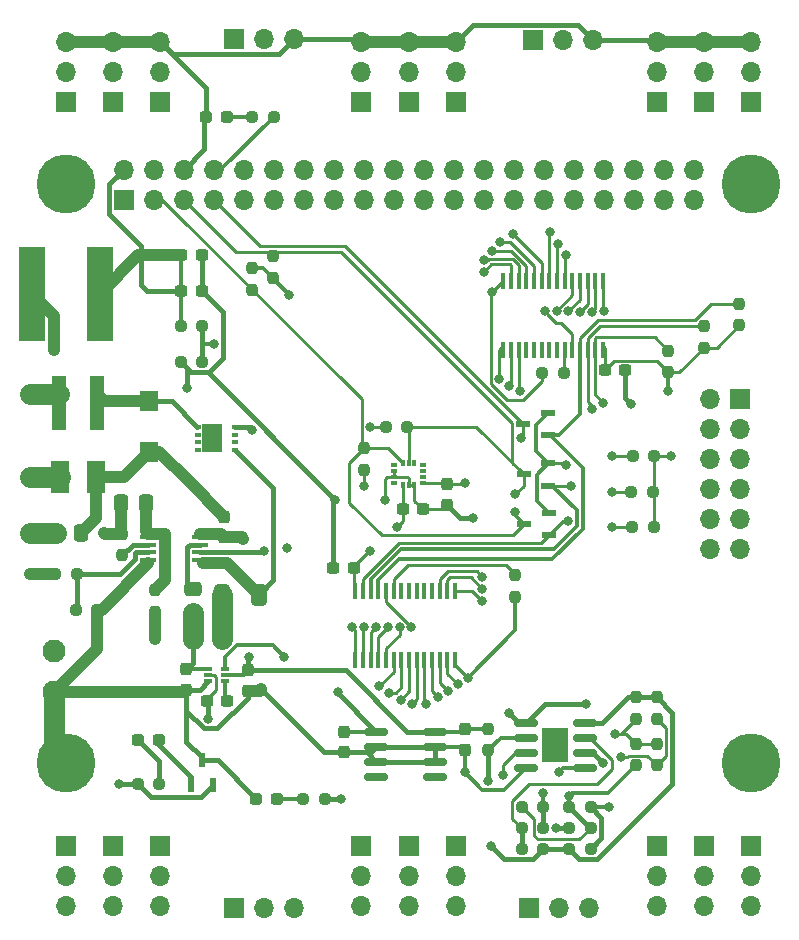
<source format=gbr>
%TF.GenerationSoftware,KiCad,Pcbnew,8.0.6-8.0.6-0~ubuntu24.04.1*%
%TF.CreationDate,2024-11-11T20:35:33-05:00*%
%TF.ProjectId,Hexapod_bot,48657861-706f-4645-9f62-6f742e6b6963,rev?*%
%TF.SameCoordinates,Original*%
%TF.FileFunction,Copper,L1,Top*%
%TF.FilePolarity,Positive*%
%FSLAX46Y46*%
G04 Gerber Fmt 4.6, Leading zero omitted, Abs format (unit mm)*
G04 Created by KiCad (PCBNEW 8.0.6-8.0.6-0~ubuntu24.04.1) date 2024-11-11 20:35:33*
%MOMM*%
%LPD*%
G01*
G04 APERTURE LIST*
G04 Aperture macros list*
%AMRoundRect*
0 Rectangle with rounded corners*
0 $1 Rounding radius*
0 $2 $3 $4 $5 $6 $7 $8 $9 X,Y pos of 4 corners*
0 Add a 4 corners polygon primitive as box body*
4,1,4,$2,$3,$4,$5,$6,$7,$8,$9,$2,$3,0*
0 Add four circle primitives for the rounded corners*
1,1,$1+$1,$2,$3*
1,1,$1+$1,$4,$5*
1,1,$1+$1,$6,$7*
1,1,$1+$1,$8,$9*
0 Add four rect primitives between the rounded corners*
20,1,$1+$1,$2,$3,$4,$5,0*
20,1,$1+$1,$4,$5,$6,$7,0*
20,1,$1+$1,$6,$7,$8,$9,0*
20,1,$1+$1,$8,$9,$2,$3,0*%
G04 Aperture macros list end*
%TA.AperFunction,SMDPad,CuDef*%
%ADD10RoundRect,0.237500X-0.237500X0.300000X-0.237500X-0.300000X0.237500X-0.300000X0.237500X0.300000X0*%
%TD*%
%TA.AperFunction,SMDPad,CuDef*%
%ADD11R,1.600200X2.692400*%
%TD*%
%TA.AperFunction,SMDPad,CuDef*%
%ADD12RoundRect,0.250000X-0.337500X-0.475000X0.337500X-0.475000X0.337500X0.475000X-0.337500X0.475000X0*%
%TD*%
%TA.AperFunction,ComponentPad*%
%ADD13R,1.700000X1.700000*%
%TD*%
%TA.AperFunction,ComponentPad*%
%ADD14O,1.700000X1.700000*%
%TD*%
%TA.AperFunction,SMDPad,CuDef*%
%ADD15RoundRect,0.237500X-0.237500X0.250000X-0.237500X-0.250000X0.237500X-0.250000X0.237500X0.250000X0*%
%TD*%
%TA.AperFunction,SMDPad,CuDef*%
%ADD16R,1.270000X0.558800*%
%TD*%
%TA.AperFunction,SMDPad,CuDef*%
%ADD17RoundRect,0.250000X0.475000X-0.337500X0.475000X0.337500X-0.475000X0.337500X-0.475000X-0.337500X0*%
%TD*%
%TA.AperFunction,SMDPad,CuDef*%
%ADD18RoundRect,0.237500X0.250000X0.237500X-0.250000X0.237500X-0.250000X-0.237500X0.250000X-0.237500X0*%
%TD*%
%TA.AperFunction,SMDPad,CuDef*%
%ADD19RoundRect,0.237500X0.237500X-0.250000X0.237500X0.250000X-0.237500X0.250000X-0.237500X-0.250000X0*%
%TD*%
%TA.AperFunction,SMDPad,CuDef*%
%ADD20R,1.625600X1.727200*%
%TD*%
%TA.AperFunction,SMDPad,CuDef*%
%ADD21R,1.295400X4.597400*%
%TD*%
%TA.AperFunction,SMDPad,CuDef*%
%ADD22RoundRect,0.237500X-0.250000X-0.237500X0.250000X-0.237500X0.250000X0.237500X-0.250000X0.237500X0*%
%TD*%
%TA.AperFunction,SMDPad,CuDef*%
%ADD23RoundRect,0.150000X-0.825000X-0.150000X0.825000X-0.150000X0.825000X0.150000X-0.825000X0.150000X0*%
%TD*%
%TA.AperFunction,ComponentPad*%
%ADD24C,1.950000*%
%TD*%
%TA.AperFunction,SMDPad,CuDef*%
%ADD25RoundRect,0.237500X0.300000X0.237500X-0.300000X0.237500X-0.300000X-0.237500X0.300000X-0.237500X0*%
%TD*%
%TA.AperFunction,SMDPad,CuDef*%
%ADD26R,0.670001X0.299999*%
%TD*%
%TA.AperFunction,SMDPad,CuDef*%
%ADD27RoundRect,0.237500X-0.300000X-0.237500X0.300000X-0.237500X0.300000X0.237500X-0.300000X0.237500X0*%
%TD*%
%TA.AperFunction,ComponentPad*%
%ADD28C,2.900000*%
%TD*%
%TA.AperFunction,ConnectorPad*%
%ADD29C,5.000000*%
%TD*%
%TA.AperFunction,SMDPad,CuDef*%
%ADD30RoundRect,0.237500X0.237500X-0.300000X0.237500X0.300000X-0.237500X0.300000X-0.237500X-0.300000X0*%
%TD*%
%TA.AperFunction,SMDPad,CuDef*%
%ADD31R,0.576580X0.351536*%
%TD*%
%TA.AperFunction,SMDPad,CuDef*%
%ADD32R,0.351536X0.576580*%
%TD*%
%TA.AperFunction,SMDPad,CuDef*%
%ADD33R,0.558800X1.270000*%
%TD*%
%TA.AperFunction,SMDPad,CuDef*%
%ADD34R,0.609600X0.304800*%
%TD*%
%TA.AperFunction,SMDPad,CuDef*%
%ADD35R,1.778000X2.438400*%
%TD*%
%TA.AperFunction,SMDPad,CuDef*%
%ADD36R,2.209800X8.001000*%
%TD*%
%TA.AperFunction,SMDPad,CuDef*%
%ADD37R,1.371600X0.457200*%
%TD*%
%TA.AperFunction,SMDPad,CuDef*%
%ADD38R,0.355600X1.473200*%
%TD*%
%TA.AperFunction,SMDPad,CuDef*%
%ADD39RoundRect,0.237500X-0.287500X-0.237500X0.287500X-0.237500X0.287500X0.237500X-0.287500X0.237500X0*%
%TD*%
%TA.AperFunction,SMDPad,CuDef*%
%ADD40RoundRect,0.237500X0.287500X0.237500X-0.287500X0.237500X-0.287500X-0.237500X0.287500X-0.237500X0*%
%TD*%
%TA.AperFunction,SMDPad,CuDef*%
%ADD41RoundRect,0.250000X0.337500X0.475000X-0.337500X0.475000X-0.337500X-0.475000X0.337500X-0.475000X0*%
%TD*%
%TA.AperFunction,SMDPad,CuDef*%
%ADD42RoundRect,0.250000X-0.412500X-0.650000X0.412500X-0.650000X0.412500X0.650000X-0.412500X0.650000X0*%
%TD*%
%TA.AperFunction,HeatsinkPad*%
%ADD43R,2.290000X3.000000*%
%TD*%
%TA.AperFunction,ViaPad*%
%ADD44C,0.800000*%
%TD*%
%TA.AperFunction,Conductor*%
%ADD45C,1.000000*%
%TD*%
%TA.AperFunction,Conductor*%
%ADD46C,0.300000*%
%TD*%
%TA.AperFunction,Conductor*%
%ADD47C,0.240000*%
%TD*%
%TA.AperFunction,Conductor*%
%ADD48C,0.400000*%
%TD*%
%TA.AperFunction,Conductor*%
%ADD49C,1.800000*%
%TD*%
G04 APERTURE END LIST*
D10*
%TO.P,C11,1*%
%TO.N,7.4V_batt*%
X33750000Y-46137500D03*
%TO.P,C11,2*%
%TO.N,GND*%
X33750000Y-47862500D03*
%TD*%
D11*
%TO.P,C2,1*%
%TO.N,6V_servo*%
X-498600Y-24750000D03*
%TO.P,C2,2*%
%TO.N,GND*%
X2498600Y-24750000D03*
%TD*%
D10*
%TO.P,C3,1*%
%TO.N,7.4V_batt*%
X10200000Y-41037500D03*
%TO.P,C3,2*%
%TO.N,GND*%
X10200000Y-42762500D03*
%TD*%
D12*
%TO.P,C5,1*%
%TO.N,6V_servo*%
X-825000Y-29500000D03*
%TO.P,C5,2*%
%TO.N,GND*%
X1250000Y-29500000D03*
%TD*%
D13*
%TO.P,J21,1,Pin_1*%
%TO.N,/servo_control/servo17*%
X58000000Y-56000000D03*
D14*
%TO.P,J21,2,Pin_2*%
%TO.N,6V_servo*%
X58000000Y-58540000D03*
%TO.P,J21,3,Pin_3*%
%TO.N,GND*%
X58000000Y-61080000D03*
%TD*%
D15*
%TO.P,R1,1*%
%TO.N,3V3_pi*%
X15750000Y-7087500D03*
%TO.P,R1,2*%
%TO.N,SDA_3V3*%
X15750000Y-8912500D03*
%TD*%
D16*
%TO.P,Q3,1,D*%
%TO.N,/servo_control/SCL_5V*%
X40832800Y-25500000D03*
%TO.P,Q3,2,G*%
%TO.N,3V3_pi*%
X40832800Y-23595000D03*
%TO.P,Q3,3,S*%
%TO.N,SCL_3V3*%
X38750000Y-24547500D03*
%TD*%
D17*
%TO.P,C8,1*%
%TO.N,7.4V_batt*%
X10750000Y-36287500D03*
%TO.P,C8,2*%
%TO.N,Net-(U1-VCC)*%
X10750000Y-34212500D03*
%TD*%
D18*
%TO.P,R22,1*%
%TO.N,Net-(U4-OUT)*%
X40412500Y-56250000D03*
%TO.P,R22,2*%
%TO.N,Net-(R22-Pad2)*%
X38587500Y-56250000D03*
%TD*%
D19*
%TO.P,R45,1*%
%TO.N,5V_pi*%
X54000000Y-13825000D03*
%TO.P,R45,2*%
%TO.N,/servo_control/SCL_5V*%
X54000000Y-12000000D03*
%TD*%
D13*
%TO.P,J17,1,Pin_1*%
%TO.N,/servo_control/servo13*%
X29000000Y-56000000D03*
D14*
%TO.P,J17,2,Pin_2*%
%TO.N,6V_servo*%
X29000000Y-58540000D03*
%TO.P,J17,3,Pin_3*%
%TO.N,GND*%
X29000000Y-61080000D03*
%TD*%
D20*
%TO.P,D3,1,K*%
%TO.N,Net-(D3-K)*%
X7000000Y-18366400D03*
%TO.P,D3,2,A*%
%TO.N,GND*%
X7000000Y-22633600D03*
%TD*%
D15*
%TO.P,R14,1*%
%TO.N,Net-(U1-ADJ)*%
X7500000Y-34337500D03*
%TO.P,R14,2*%
%TO.N,7.4V_batt*%
X7500000Y-36162500D03*
%TD*%
D13*
%TO.P,J13,1,Pin_1*%
%TO.N,/servo_control/servo9*%
X0Y-56000000D03*
D14*
%TO.P,J13,2,Pin_2*%
%TO.N,6V_servo*%
X0Y-58540000D03*
%TO.P,J13,3,Pin_3*%
%TO.N,GND*%
X0Y-61080000D03*
%TD*%
D19*
%TO.P,R11,1*%
%TO.N,Net-(U1-RT)*%
X4750000Y-31412500D03*
%TO.P,R11,2*%
%TO.N,7.4V_batt*%
X4750000Y-29587500D03*
%TD*%
D18*
%TO.P,R51,1*%
%TO.N,Net-(U2-FB)*%
X11550000Y-15000000D03*
%TO.P,R51,2*%
%TO.N,GND*%
X9725000Y-15000000D03*
%TD*%
D21*
%TO.P,L1,2,2*%
%TO.N,Net-(D3-K)*%
X2600200Y-18500000D03*
%TO.P,L1,1,1*%
%TO.N,6V_servo*%
X-600200Y-18500000D03*
%TD*%
D22*
%TO.P,R24,1*%
%TO.N,Net-(R22-Pad2)*%
X38587500Y-54500000D03*
%TO.P,R24,2*%
%TO.N,BattLow*%
X40412500Y-54500000D03*
%TD*%
%TO.P,R49,1*%
%TO.N,3V3_pi*%
X27087500Y-20500000D03*
%TO.P,R49,2*%
%TO.N,SCL_3V3*%
X28912500Y-20500000D03*
%TD*%
%TO.P,R20,1*%
%TO.N,Net-(U4-OUT)*%
X42587500Y-56250000D03*
%TO.P,R20,2*%
%TO.N,Net-(U5B-+)*%
X44412500Y-56250000D03*
%TD*%
D13*
%TO.P,J7,1,Pin_1*%
%TO.N,/servo_control/servo5*%
X25000000Y7000000D03*
D14*
%TO.P,J7,2,Pin_2*%
%TO.N,6V_servo*%
X25000000Y9540000D03*
%TO.P,J7,3,Pin_3*%
%TO.N,GND*%
X25000000Y12080000D03*
%TD*%
D22*
%TO.P,R12,1*%
%TO.N,6V_servo*%
X-912500Y-33000000D03*
%TO.P,R12,2*%
%TO.N,Net-(U1-FB)*%
X912500Y-33000000D03*
%TD*%
D15*
%TO.P,R23,1*%
%TO.N,7.4V_batt*%
X35750000Y-46087500D03*
%TO.P,R23,2*%
%TO.N,Net-(U5A--)*%
X35750000Y-47912500D03*
%TD*%
D23*
%TO.P,U4,1,OUT*%
%TO.N,Net-(U4-OUT)*%
X26275000Y-46345000D03*
%TO.P,U4,2,GND*%
%TO.N,GND*%
X26275000Y-47615000D03*
%TO.P,U4,3,GND*%
X26275000Y-48885000D03*
%TO.P,U4,4,NC*%
%TO.N,unconnected-(U4-NC-Pad4)*%
X26275000Y-50155000D03*
%TO.P,U4,5,NC*%
%TO.N,unconnected-(U4-NC-Pad5)*%
X31225000Y-50155000D03*
%TO.P,U4,6,GND*%
%TO.N,GND*%
X31225000Y-48885000D03*
%TO.P,U4,7,GND*%
X31225000Y-47615000D03*
%TO.P,U4,8,IN*%
%TO.N,7.4V_batt*%
X31225000Y-46345000D03*
%TD*%
D18*
%TO.P,R41,1*%
%TO.N,3V3_pi*%
X49750000Y-29000000D03*
%TO.P,R41,2*%
%TO.N,SDA_3V3*%
X47925000Y-29000000D03*
%TD*%
D13*
%TO.P,J16,1,Pin_1*%
%TO.N,/servo_control/servo12*%
X25000000Y-56000000D03*
D14*
%TO.P,J16,2,Pin_2*%
%TO.N,6V_servo*%
X25000000Y-58540000D03*
%TO.P,J16,3,Pin_3*%
%TO.N,GND*%
X25000000Y-61080000D03*
%TD*%
D24*
%TO.P,J3,1*%
%TO.N,GND*%
X-1000000Y-43000000D03*
%TO.P,J3,2*%
%TO.N,7.4V_batt*%
X-1000000Y-39500000D03*
%TD*%
D13*
%TO.P,J24,1,Pin_1*%
%TO.N,/servo_control/pwm3*%
X14225000Y-61225000D03*
D14*
%TO.P,J24,2,Pin_2*%
%TO.N,5V_pi*%
X16765000Y-61225000D03*
%TO.P,J24,3,Pin_3*%
%TO.N,GND*%
X19305000Y-61225000D03*
%TD*%
D25*
%TO.P,C14,1*%
%TO.N,5V_pi*%
X24362500Y-32500000D03*
%TO.P,C14,2*%
%TO.N,GND*%
X22637500Y-32500000D03*
%TD*%
D19*
%TO.P,R2,1*%
%TO.N,3V3_pi*%
X17500000Y-7912500D03*
%TO.P,R2,2*%
%TO.N,SCL_3V3*%
X17500000Y-6087500D03*
%TD*%
D26*
%TO.P,U2,1,VIN*%
%TO.N,7.4V_batt*%
X12019998Y-40999999D03*
%TO.P,U2,2,SW*%
%TO.N,Net-(U2-SW)*%
X12019998Y-41499998D03*
%TO.P,U2,3,GND*%
%TO.N,GND*%
X12019998Y-42000000D03*
%TO.P,U2,4,CB*%
%TO.N,Net-(U2-CB)*%
X13500000Y-42000000D03*
%TO.P,U2,5,EN*%
%TO.N,7.4V_batt*%
X13500000Y-41499998D03*
%TO.P,U2,6,FB*%
%TO.N,Net-(U2-FB)*%
X13500000Y-40999999D03*
%TD*%
D22*
%TO.P,R10,1*%
%TO.N,6V_servo*%
X6087500Y-50750000D03*
%TO.P,R10,2*%
%TO.N,Net-(D2-A)*%
X7912500Y-50750000D03*
%TD*%
%TO.P,R28,1*%
%TO.N,GND*%
X38587500Y-52750000D03*
%TO.P,R28,2*%
%TO.N,BattLow*%
X40412500Y-52750000D03*
%TD*%
D16*
%TO.P,Q2,1,D*%
%TO.N,/servo_control/SDA_5V*%
X40874200Y-29702500D03*
%TO.P,Q2,2,G*%
%TO.N,3V3_pi*%
X40874200Y-27797500D03*
%TO.P,Q2,3,S*%
%TO.N,SDA_3V3*%
X38791400Y-28750000D03*
%TD*%
D15*
%TO.P,R21,1*%
%TO.N,Net-(U5A-+)*%
X50000000Y-47337500D03*
%TO.P,R21,2*%
%TO.N,Net-(U5B--)*%
X50000000Y-49162500D03*
%TD*%
D22*
%TO.P,R3,1*%
%TO.N,Net-(D1-A)*%
X15750000Y5750000D03*
%TO.P,R3,2*%
%TO.N,Net-(J1-Pin_8)*%
X17575000Y5750000D03*
%TD*%
D13*
%TO.P,J11,1,Pin_1*%
%TO.N,/servo_control/servo1*%
X54000000Y7000000D03*
D14*
%TO.P,J11,2,Pin_2*%
%TO.N,6V_servo*%
X54000000Y9540000D03*
%TO.P,J11,3,Pin_3*%
%TO.N,GND*%
X54000000Y12080000D03*
%TD*%
D19*
%TO.P,R50,1*%
%TO.N,3V3_pi*%
X25250000Y-24162500D03*
%TO.P,R50,2*%
%TO.N,SDA_3V3*%
X25250000Y-22337500D03*
%TD*%
D27*
%TO.P,C15,1*%
%TO.N,3V3_pi*%
X28500000Y-27500000D03*
%TO.P,C15,2*%
%TO.N,GND*%
X30225000Y-27500000D03*
%TD*%
D13*
%TO.P,J9,1,Pin_1*%
%TO.N,/servo_control/servo3*%
X33000000Y7000000D03*
D14*
%TO.P,J9,2,Pin_2*%
%TO.N,6V_servo*%
X33000000Y9540000D03*
%TO.P,J9,3,Pin_3*%
%TO.N,GND*%
X33000000Y12080000D03*
%TD*%
D22*
%TO.P,R25,1*%
%TO.N,Net-(U5A--)*%
X42587500Y-54500000D03*
%TO.P,R25,2*%
%TO.N,GND*%
X44412500Y-54500000D03*
%TD*%
%TO.P,R16,1*%
%TO.N,5V_pi*%
X9725000Y-12000000D03*
%TO.P,R16,2*%
%TO.N,Net-(U2-FB)*%
X11550000Y-12000000D03*
%TD*%
D15*
%TO.P,R19,1*%
%TO.N,Net-(U4-OUT)*%
X50000000Y-43425000D03*
%TO.P,R19,2*%
%TO.N,Net-(U5B--)*%
X50000000Y-45250000D03*
%TD*%
D19*
%TO.P,R44,1*%
%TO.N,5V_pi*%
X51000000Y-15912500D03*
%TO.P,R44,2*%
%TO.N,/servo_control/SDA_5V*%
X51000000Y-14087500D03*
%TD*%
D10*
%TO.P,C12,1*%
%TO.N,Net-(U4-OUT)*%
X23500000Y-46337500D03*
%TO.P,C12,2*%
%TO.N,GND*%
X23500000Y-48062500D03*
%TD*%
D13*
%TO.P,J8,1,Pin_1*%
%TO.N,/servo_control/servo4*%
X29000000Y7000000D03*
D14*
%TO.P,J8,2,Pin_2*%
%TO.N,6V_servo*%
X29000000Y9540000D03*
%TO.P,J8,3,Pin_3*%
%TO.N,GND*%
X29000000Y12080000D03*
%TD*%
D28*
%TO.P,H4,1,1*%
%TO.N,GND*%
X58000000Y-49000000D03*
D29*
X58000000Y-49000000D03*
%TD*%
D30*
%TO.P,C1,1*%
%TO.N,7.4V_batt*%
X13409600Y-29862500D03*
%TO.P,C1,2*%
%TO.N,GND*%
X13409600Y-28137500D03*
%TD*%
D28*
%TO.P,H1,1,1*%
%TO.N,GND*%
X0Y0D03*
D29*
X0Y0D03*
%TD*%
D13*
%TO.P,J12,1,Pin_1*%
%TO.N,/servo_control/servo0*%
X58000000Y7000000D03*
D14*
%TO.P,J12,2,Pin_2*%
%TO.N,6V_servo*%
X58000000Y9540000D03*
%TO.P,J12,3,Pin_3*%
%TO.N,GND*%
X58000000Y12080000D03*
%TD*%
D31*
%TO.P,U8,1,SDO/SA0*%
%TO.N,unconnected-(U8-SDO{slash}SA0-Pad1)*%
X27789700Y-23749999D03*
%TO.P,U8,2,SDx*%
%TO.N,GND*%
X27789700Y-24250000D03*
%TO.P,U8,3,SCx*%
X27789700Y-24750000D03*
%TO.P,U8,4,INT1*%
%TO.N,unconnected-(U8-INT1-Pad4)*%
X27789700Y-25250001D03*
D32*
%TO.P,U8,5,VDDIO*%
%TO.N,3V3_pi*%
X28500001Y-25456300D03*
%TO.P,U8,6,GND*%
%TO.N,GND*%
X29000000Y-25456300D03*
%TO.P,U8,7,GND*%
X29499999Y-25456300D03*
D31*
%TO.P,U8,8,VDD*%
%TO.N,3V3_pi*%
X30210300Y-25250001D03*
%TO.P,U8,9,INT2*%
%TO.N,unconnected-(U8-INT2-Pad9)*%
X30210300Y-24750000D03*
%TO.P,U8,10,NC*%
%TO.N,unconnected-(U8-NC-Pad10)*%
X30210300Y-24250000D03*
%TO.P,U8,11,NC*%
%TO.N,unconnected-(U8-NC-Pad11)*%
X30210300Y-23749999D03*
D32*
%TO.P,U8,12,CS*%
%TO.N,unconnected-(U8-CS-Pad12)*%
X29499999Y-23543700D03*
%TO.P,U8,13,SCL*%
%TO.N,SCL_3V3*%
X29000000Y-23543700D03*
%TO.P,U8,14,SDA*%
%TO.N,SDA_3V3*%
X28500001Y-23543700D03*
%TD*%
D33*
%TO.P,Q1,1,D*%
%TO.N,Net-(D2-K)*%
X10547500Y-50832800D03*
%TO.P,Q1,2,G*%
%TO.N,6V_servo*%
X12452500Y-50832800D03*
%TO.P,Q1,3,S*%
%TO.N,GND*%
X11500000Y-48750000D03*
%TD*%
D13*
%TO.P,J22,1,Pin_1*%
%TO.N,/servo_control/pwm1*%
X14225000Y12275000D03*
D14*
%TO.P,J22,2,Pin_2*%
%TO.N,5V_pi*%
X16765000Y12275000D03*
%TO.P,J22,3,Pin_3*%
%TO.N,GND*%
X19305000Y12275000D03*
%TD*%
D18*
%TO.P,R27,1*%
%TO.N,Net-(U5B-+)*%
X44412500Y-52750000D03*
%TO.P,R27,2*%
%TO.N,GND*%
X42587500Y-52750000D03*
%TD*%
D27*
%TO.P,C13,2*%
%TO.N,GND*%
X47362500Y-15750000D03*
%TO.P,C13,1*%
%TO.N,5V_pi*%
X45637500Y-15750000D03*
%TD*%
%TO.P,C9,1*%
%TO.N,5V_pi*%
X9775000Y-9000000D03*
%TO.P,C9,2*%
%TO.N,GND*%
X11500000Y-9000000D03*
%TD*%
D19*
%TO.P,R46,1*%
%TO.N,5V_pi*%
X57000000Y-11912500D03*
%TO.P,R46,2*%
%TO.N,/servo_control/CLK_5V*%
X57000000Y-10087500D03*
%TD*%
D18*
%TO.P,R18,1*%
%TO.N,Net-(U5B--)*%
X21912500Y-52000000D03*
%TO.P,R18,2*%
%TO.N,Net-(D4-A)*%
X20087500Y-52000000D03*
%TD*%
D15*
%TO.P,R48,1*%
%TO.N,Net-(U7-\u002AOE)*%
X38000000Y-33087500D03*
%TO.P,R48,2*%
%TO.N,GND*%
X38000000Y-34912500D03*
%TD*%
D28*
%TO.P,H2,1,1*%
%TO.N,GND*%
X58000000Y0D03*
D29*
X58000000Y0D03*
%TD*%
D27*
%TO.P,C10,1*%
%TO.N,5V_pi*%
X9775000Y-6000000D03*
%TO.P,C10,2*%
%TO.N,GND*%
X11500000Y-6000000D03*
%TD*%
D34*
%TO.P,U3,1,D*%
%TO.N,Net-(U1-ISEN)*%
X14299400Y-22474999D03*
%TO.P,U3,2,D*%
%TO.N,unconnected-(U3-D-Pad2)*%
X14299400Y-21825001D03*
%TO.P,U3,3,D*%
%TO.N,unconnected-(U3-D-Pad3)*%
X14299400Y-21174999D03*
%TO.P,U3,4,G*%
%TO.N,Net-(U1-PGATE)*%
X14299400Y-20525001D03*
%TO.P,U3,5,S*%
%TO.N,Net-(D3-K)*%
X11200600Y-20525001D03*
%TO.P,U3,6,S*%
%TO.N,unconnected-(U3-S-Pad6)*%
X11200600Y-21174999D03*
%TO.P,U3,7,S*%
%TO.N,unconnected-(U3-S-Pad7)*%
X11200600Y-21825001D03*
%TO.P,U3,8,S*%
%TO.N,unconnected-(U3-S-Pad8)*%
X11200600Y-22474999D03*
D35*
%TO.P,U3,9,S*%
%TO.N,unconnected-(U3-S-Pad9)*%
X12394400Y-21500000D03*
%TD*%
D36*
%TO.P,L2,2,2*%
%TO.N,5V_pi*%
X2857500Y-9250000D03*
%TO.P,L2,1,1*%
%TO.N,Net-(U2-SW)*%
X-2857500Y-9250000D03*
%TD*%
D37*
%TO.P,U1,1,ADJ*%
%TO.N,Net-(U1-ADJ)*%
X6962500Y-29850002D03*
%TO.P,U1,2,RT*%
%TO.N,Net-(U1-RT)*%
X6962500Y-30500000D03*
%TO.P,U1,3,FB*%
%TO.N,Net-(U1-FB)*%
X6962500Y-31150002D03*
%TO.P,U1,4,GND*%
%TO.N,GND*%
X6962500Y-31800000D03*
%TO.P,U1,5,ISEN*%
%TO.N,Net-(U1-ISEN)*%
X11356700Y-31800000D03*
%TO.P,U1,6,PGATE*%
%TO.N,Net-(U1-PGATE)*%
X11356700Y-31150002D03*
%TO.P,U1,7,VCC*%
%TO.N,Net-(U1-VCC)*%
X11356700Y-30500000D03*
%TO.P,U1,8,VIN*%
%TO.N,7.4V_batt*%
X11356700Y-29850002D03*
%TD*%
D13*
%TO.P,J4,1,Pin_1*%
%TO.N,/servo_control/servo8*%
X0Y7000000D03*
D14*
%TO.P,J4,2,Pin_2*%
%TO.N,6V_servo*%
X0Y9540000D03*
%TO.P,J4,3,Pin_3*%
%TO.N,GND*%
X0Y12080000D03*
%TD*%
D13*
%TO.P,J20,1,Pin_1*%
%TO.N,/servo_control/servo16*%
X54000000Y-56000000D03*
D14*
%TO.P,J20,2,Pin_2*%
%TO.N,6V_servo*%
X54000000Y-58540000D03*
%TO.P,J20,3,Pin_3*%
%TO.N,GND*%
X54000000Y-61080000D03*
%TD*%
D38*
%TO.P,U7,1,A0*%
%TO.N,Net-(JP7-B)*%
X24500001Y-40250000D03*
%TO.P,U7,2,A1*%
%TO.N,Net-(JP8-B)*%
X25150002Y-40250000D03*
%TO.P,U7,3,A2*%
%TO.N,Net-(JP9-B)*%
X25800001Y-40250000D03*
%TO.P,U7,4,A3*%
%TO.N,Net-(JP10-B)*%
X26450002Y-40250000D03*
%TO.P,U7,5,A4*%
%TO.N,Net-(JP11-B)*%
X27100000Y-40250000D03*
%TO.P,U7,6,LED0*%
%TO.N,/servo_control/servo9*%
X27750002Y-40250000D03*
%TO.P,U7,7,LED1*%
%TO.N,/servo_control/servo10*%
X28400000Y-40250000D03*
%TO.P,U7,8,LED2*%
%TO.N,/servo_control/servo11*%
X29049999Y-40250000D03*
%TO.P,U7,9,LED3*%
%TO.N,/servo_control/servo12*%
X29700000Y-40250000D03*
%TO.P,U7,10,LED4*%
%TO.N,/servo_control/servo13*%
X30349999Y-40250000D03*
%TO.P,U7,11,LED5*%
%TO.N,/servo_control/servo14*%
X31000000Y-40250000D03*
%TO.P,U7,12,LED6*%
%TO.N,/servo_control/servo15*%
X31649999Y-40250000D03*
%TO.P,U7,13,LED7*%
%TO.N,/servo_control/servo16*%
X32300000Y-40250000D03*
%TO.P,U7,14,VSS*%
%TO.N,GND*%
X32949999Y-40250000D03*
%TO.P,U7,15,LED8*%
%TO.N,/servo_control/servo17*%
X32950001Y-34408000D03*
%TO.P,U7,16,LED9*%
%TO.N,/servo_control/pwm3*%
X32300000Y-34408000D03*
%TO.P,U7,17,LED10*%
%TO.N,/servo_control/pwm4*%
X31650001Y-34408000D03*
%TO.P,U7,18,LED11*%
%TO.N,unconnected-(U7-LED11-Pad18)*%
X31000000Y-34408000D03*
%TO.P,U7,19,LED12*%
%TO.N,unconnected-(U7-LED12-Pad19)*%
X30350002Y-34408000D03*
%TO.P,U7,20,LED13*%
%TO.N,unconnected-(U7-LED13-Pad20)*%
X29700000Y-34408000D03*
%TO.P,U7,21,LED14*%
%TO.N,unconnected-(U7-LED14-Pad21)*%
X29050002Y-34408000D03*
%TO.P,U7,22,LED15*%
%TO.N,unconnected-(U7-LED15-Pad22)*%
X28400000Y-34408000D03*
%TO.P,U7,23,\u002AOE*%
%TO.N,Net-(U7-\u002AOE)*%
X27750002Y-34408000D03*
%TO.P,U7,24,A5*%
%TO.N,/servo_control/A5_2*%
X27100000Y-34408000D03*
%TO.P,U7,25,EXTCLK*%
%TO.N,/servo_control/CLK_5V*%
X26450002Y-34408000D03*
%TO.P,U7,26,SCL*%
%TO.N,/servo_control/SCL_5V*%
X25800001Y-34408000D03*
%TO.P,U7,27,SDA*%
%TO.N,/servo_control/SDA_5V*%
X25150002Y-34408000D03*
%TO.P,U7,28,VDD*%
%TO.N,5V_pi*%
X24500001Y-34408000D03*
%TD*%
D39*
%TO.P,D1,1,K*%
%TO.N,GND*%
X11875000Y5750000D03*
%TO.P,D1,2,A*%
%TO.N,Net-(D1-A)*%
X13625000Y5750000D03*
%TD*%
D13*
%TO.P,J18,1,Pin_1*%
%TO.N,/servo_control/servo14*%
X33000000Y-56000000D03*
D14*
%TO.P,J18,2,Pin_2*%
%TO.N,6V_servo*%
X33000000Y-58540000D03*
%TO.P,J18,3,Pin_3*%
%TO.N,GND*%
X33000000Y-61080000D03*
%TD*%
D40*
%TO.P,D2,1,K*%
%TO.N,Net-(D2-K)*%
X7875000Y-47000000D03*
%TO.P,D2,2,A*%
%TO.N,Net-(D2-A)*%
X6125000Y-47000000D03*
%TD*%
D41*
%TO.P,C6,1*%
%TO.N,Net-(U1-ADJ)*%
X6750000Y-27000000D03*
%TO.P,C6,2*%
%TO.N,7.4V_batt*%
X4675000Y-27000000D03*
%TD*%
D18*
%TO.P,R42,1*%
%TO.N,3V3_pi*%
X49662500Y-26000000D03*
%TO.P,R42,2*%
%TO.N,SCL_3V3*%
X47837500Y-26000000D03*
%TD*%
D15*
%TO.P,R17,1*%
%TO.N,Net-(U4-OUT)*%
X48250000Y-43425000D03*
%TO.P,R17,2*%
%TO.N,Net-(U5A-+)*%
X48250000Y-45250000D03*
%TD*%
D10*
%TO.P,C16,1*%
%TO.N,3V3_pi*%
X32250000Y-25387500D03*
%TO.P,C16,2*%
%TO.N,GND*%
X32250000Y-27112500D03*
%TD*%
D13*
%TO.P,J25,1,Pin_1*%
%TO.N,/servo_control/pwm4*%
X39225000Y-61225000D03*
D14*
%TO.P,J25,2,Pin_2*%
%TO.N,5V_pi*%
X41765000Y-61225000D03*
%TO.P,J25,3,Pin_3*%
%TO.N,GND*%
X44305000Y-61225000D03*
%TD*%
D13*
%TO.P,J5,1,Pin_1*%
%TO.N,/servo_control/servo7*%
X4000000Y7000000D03*
D14*
%TO.P,J5,2,Pin_2*%
%TO.N,6V_servo*%
X4000000Y9540000D03*
%TO.P,J5,3,Pin_3*%
%TO.N,GND*%
X4000000Y12080000D03*
%TD*%
D13*
%TO.P,J15,1,Pin_1*%
%TO.N,/servo_control/servo11*%
X8000000Y-56000000D03*
D14*
%TO.P,J15,2,Pin_2*%
%TO.N,6V_servo*%
X8000000Y-58540000D03*
%TO.P,J15,3,Pin_3*%
%TO.N,GND*%
X8000000Y-61080000D03*
%TD*%
D13*
%TO.P,J6,1,Pin_1*%
%TO.N,/servo_control/servo6*%
X8000000Y7000000D03*
D14*
%TO.P,J6,2,Pin_2*%
%TO.N,6V_servo*%
X8000000Y9540000D03*
%TO.P,J6,3,Pin_3*%
%TO.N,GND*%
X8000000Y12080000D03*
%TD*%
D28*
%TO.P,H3,1,1*%
%TO.N,GND*%
X0Y-49000000D03*
D29*
X0Y-49000000D03*
%TD*%
D18*
%TO.P,R43,2*%
%TO.N,CLK_3V3*%
X48000000Y-23000000D03*
%TO.P,R43,1*%
%TO.N,3V3_pi*%
X49825000Y-23000000D03*
%TD*%
D14*
%TO.P,J2,12,Pin_12*%
%TO.N,Net-(J1-Pin_37)*%
X54500000Y-30875000D03*
%TO.P,J2,11,Pin_11*%
%TO.N,3V3_pi*%
X57040000Y-30875000D03*
%TO.P,J2,10,Pin_10*%
%TO.N,Net-(J1-Pin_35)*%
X54500000Y-28335000D03*
%TO.P,J2,9,Pin_9*%
%TO.N,3V3_pi*%
X57040000Y-28335000D03*
%TO.P,J2,8,Pin_8*%
%TO.N,Net-(J1-Pin_33)*%
X54500000Y-25795000D03*
%TO.P,J2,7,Pin_7*%
%TO.N,3V3_pi*%
X57040000Y-25795000D03*
%TO.P,J2,6,Pin_6*%
%TO.N,Net-(J1-Pin_31)*%
X54500000Y-23255000D03*
%TO.P,J2,5,Pin_5*%
%TO.N,3V3_pi*%
X57040000Y-23255000D03*
%TO.P,J2,4,Pin_4*%
%TO.N,Net-(J1-Pin_29)*%
X54500000Y-20715000D03*
%TO.P,J2,3,Pin_3*%
%TO.N,3V3_pi*%
X57040000Y-20715000D03*
%TO.P,J2,2,Pin_2*%
%TO.N,Net-(J1-Pin_27)*%
X54500000Y-18175000D03*
D13*
%TO.P,J2,1,Pin_1*%
%TO.N,3V3_pi*%
X57040000Y-18175000D03*
%TD*%
D18*
%TO.P,R47,2*%
%TO.N,GND*%
X40337500Y-16000000D03*
%TO.P,R47,1*%
%TO.N,Net-(U6-\u002AOE)*%
X42162500Y-16000000D03*
%TD*%
D39*
%TO.P,D4,1,K*%
%TO.N,GND*%
X16125000Y-52000000D03*
%TO.P,D4,2,A*%
%TO.N,Net-(D4-A)*%
X17875000Y-52000000D03*
%TD*%
D42*
%TO.P,R15,1*%
%TO.N,7.4V_batt*%
X13187500Y-34750000D03*
%TO.P,R15,2*%
%TO.N,Net-(U1-ISEN)*%
X16312500Y-34750000D03*
%TD*%
D25*
%TO.P,C7,1*%
%TO.N,Net-(U2-CB)*%
X13662500Y-43700000D03*
%TO.P,C7,2*%
%TO.N,Net-(U2-SW)*%
X11937500Y-43700000D03*
%TD*%
D13*
%TO.P,J23,1,Pin_1*%
%TO.N,/servo_control/pwm2*%
X39500000Y12250000D03*
D14*
%TO.P,J23,2,Pin_2*%
%TO.N,5V_pi*%
X42040000Y12250000D03*
%TO.P,J23,3,Pin_3*%
%TO.N,GND*%
X44580000Y12250000D03*
%TD*%
D13*
%TO.P,J10,1,Pin_1*%
%TO.N,/servo_control/servo2*%
X50000000Y7000000D03*
D14*
%TO.P,J10,2,Pin_2*%
%TO.N,6V_servo*%
X50000000Y9540000D03*
%TO.P,J10,3,Pin_3*%
%TO.N,GND*%
X50000000Y12080000D03*
%TD*%
D13*
%TO.P,J1,1,Pin_1*%
%TO.N,3V3_pi*%
X4870000Y-1290000D03*
D14*
%TO.P,J1,2,Pin_2*%
%TO.N,5V_pi*%
X4870000Y1250000D03*
%TO.P,J1,3,Pin_3*%
%TO.N,SDA_3V3*%
X7410000Y-1290000D03*
%TO.P,J1,4,Pin_4*%
%TO.N,unconnected-(J1-Pin_4-Pad4)*%
X7410000Y1250000D03*
%TO.P,J1,5,Pin_5*%
%TO.N,SCL_3V3*%
X9950000Y-1290000D03*
%TO.P,J1,6,Pin_6*%
%TO.N,GND*%
X9950000Y1250000D03*
%TO.P,J1,7,Pin_7*%
%TO.N,CLK_3V3*%
X12490000Y-1290000D03*
%TO.P,J1,8,Pin_8*%
%TO.N,Net-(J1-Pin_8)*%
X12490000Y1250000D03*
%TO.P,J1,9,Pin_9*%
%TO.N,unconnected-(J1-Pin_9-Pad9)*%
X15030000Y-1290000D03*
%TO.P,J1,10,Pin_10*%
%TO.N,unconnected-(J1-Pin_10-Pad10)*%
X15030000Y1250000D03*
%TO.P,J1,11,Pin_11*%
%TO.N,unconnected-(J1-Pin_11-Pad11)*%
X17570000Y-1290000D03*
%TO.P,J1,12,Pin_12*%
%TO.N,unconnected-(J1-Pin_12-Pad12)*%
X17570000Y1250000D03*
%TO.P,J1,13,Pin_13*%
%TO.N,BattLow*%
X20110000Y-1290000D03*
%TO.P,J1,14,Pin_14*%
%TO.N,unconnected-(J1-Pin_14-Pad14)*%
X20110000Y1250000D03*
%TO.P,J1,15,Pin_15*%
%TO.N,unconnected-(J1-Pin_15-Pad15)*%
X22650000Y-1290000D03*
%TO.P,J1,16,Pin_16*%
%TO.N,unconnected-(J1-Pin_16-Pad16)*%
X22650000Y1250000D03*
%TO.P,J1,17,Pin_17*%
%TO.N,unconnected-(J1-Pin_17-Pad17)*%
X25190000Y-1290000D03*
%TO.P,J1,18,Pin_18*%
%TO.N,unconnected-(J1-Pin_18-Pad18)*%
X25190000Y1250000D03*
%TO.P,J1,19,Pin_19*%
%TO.N,unconnected-(J1-Pin_19-Pad19)*%
X27730000Y-1290000D03*
%TO.P,J1,20,Pin_20*%
%TO.N,unconnected-(J1-Pin_20-Pad20)*%
X27730000Y1250000D03*
%TO.P,J1,21,Pin_21*%
%TO.N,unconnected-(J1-Pin_21-Pad21)*%
X30270000Y-1290000D03*
%TO.P,J1,22,Pin_22*%
%TO.N,unconnected-(J1-Pin_22-Pad22)*%
X30270000Y1250000D03*
%TO.P,J1,23,Pin_23*%
%TO.N,unconnected-(J1-Pin_23-Pad23)*%
X32810000Y-1290000D03*
%TO.P,J1,24,Pin_24*%
%TO.N,unconnected-(J1-Pin_24-Pad24)*%
X32810000Y1250000D03*
%TO.P,J1,25,Pin_25*%
%TO.N,unconnected-(J1-Pin_25-Pad25)*%
X35350000Y-1290000D03*
%TO.P,J1,26,Pin_26*%
%TO.N,unconnected-(J1-Pin_26-Pad26)*%
X35350000Y1250000D03*
%TO.P,J1,27,Pin_27*%
%TO.N,Net-(J1-Pin_27)*%
X37890000Y-1290000D03*
%TO.P,J1,28,Pin_28*%
%TO.N,unconnected-(J1-Pin_28-Pad28)*%
X37890000Y1250000D03*
%TO.P,J1,29,Pin_29*%
%TO.N,Net-(J1-Pin_29)*%
X40430000Y-1290000D03*
%TO.P,J1,30,Pin_30*%
%TO.N,unconnected-(J1-Pin_30-Pad30)*%
X40430000Y1250000D03*
%TO.P,J1,31,Pin_31*%
%TO.N,Net-(J1-Pin_31)*%
X42970000Y-1290000D03*
%TO.P,J1,32,Pin_32*%
%TO.N,unconnected-(J1-Pin_32-Pad32)*%
X42970000Y1250000D03*
%TO.P,J1,33,Pin_33*%
%TO.N,Net-(J1-Pin_33)*%
X45510000Y-1290000D03*
%TO.P,J1,34,Pin_34*%
%TO.N,unconnected-(J1-Pin_34-Pad34)*%
X45510000Y1250000D03*
%TO.P,J1,35,Pin_35*%
%TO.N,Net-(J1-Pin_35)*%
X48050000Y-1290000D03*
%TO.P,J1,36,Pin_36*%
%TO.N,unconnected-(J1-Pin_36-Pad36)*%
X48050000Y1250000D03*
%TO.P,J1,37,Pin_37*%
%TO.N,Net-(J1-Pin_37)*%
X50590000Y-1290000D03*
%TO.P,J1,38,Pin_38*%
%TO.N,unconnected-(J1-Pin_38-Pad38)*%
X50590000Y1250000D03*
%TO.P,J1,39,Pin_39*%
%TO.N,GND*%
X53130000Y-1290000D03*
%TO.P,J1,40,Pin_40*%
%TO.N,unconnected-(J1-Pin_40-Pad40)*%
X53130000Y1250000D03*
%TD*%
D10*
%TO.P,C4,1*%
%TO.N,7.4V_batt*%
X15400000Y-41137500D03*
%TO.P,C4,2*%
%TO.N,GND*%
X15400000Y-42862500D03*
%TD*%
D13*
%TO.P,J19,1,Pin_1*%
%TO.N,/servo_control/servo15*%
X50000000Y-56000000D03*
D14*
%TO.P,J19,2,Pin_2*%
%TO.N,6V_servo*%
X50000000Y-58540000D03*
%TO.P,J19,3,Pin_3*%
%TO.N,GND*%
X50000000Y-61080000D03*
%TD*%
D15*
%TO.P,R26,1*%
%TO.N,Net-(U5A-+)*%
X48250000Y-47337500D03*
%TO.P,R26,2*%
%TO.N,GND*%
X48250000Y-49162500D03*
%TD*%
D38*
%TO.P,U6,28,VDD*%
%TO.N,5V_pi*%
X45475000Y-14000000D03*
%TO.P,U6,27,SDA*%
%TO.N,/servo_control/SDA_5V*%
X44824999Y-14000000D03*
%TO.P,U6,26,SCL*%
%TO.N,/servo_control/SCL_5V*%
X44175000Y-14000000D03*
%TO.P,U6,25,EXTCLK*%
%TO.N,/servo_control/CLK_5V*%
X43524999Y-14000000D03*
%TO.P,U6,24,A5*%
%TO.N,/servo_control/A5_1*%
X42875001Y-14000000D03*
%TO.P,U6,23,\u002AOE*%
%TO.N,Net-(U6-\u002AOE)*%
X42224999Y-14000000D03*
%TO.P,U6,22,LED15*%
%TO.N,unconnected-(U6-LED15-Pad22)*%
X41575001Y-14000000D03*
%TO.P,U6,21,LED14*%
%TO.N,unconnected-(U6-LED14-Pad21)*%
X40924999Y-14000000D03*
%TO.P,U6,20,LED13*%
%TO.N,unconnected-(U6-LED13-Pad20)*%
X40275001Y-14000000D03*
%TO.P,U6,19,LED12*%
%TO.N,unconnected-(U6-LED12-Pad19)*%
X39624999Y-14000000D03*
%TO.P,U6,18,LED11*%
%TO.N,unconnected-(U6-LED11-Pad18)*%
X38975001Y-14000000D03*
%TO.P,U6,17,LED10*%
%TO.N,/servo_control/pwm2*%
X38325000Y-14000000D03*
%TO.P,U6,16,LED9*%
%TO.N,/servo_control/pwm1*%
X37675001Y-14000000D03*
%TO.P,U6,15,LED8*%
%TO.N,/servo_control/servo8*%
X37025000Y-14000000D03*
%TO.P,U6,14,VSS*%
%TO.N,GND*%
X37025002Y-8158000D03*
%TO.P,U6,13,LED7*%
%TO.N,/servo_control/servo7*%
X37675001Y-8158000D03*
%TO.P,U6,12,LED6*%
%TO.N,/servo_control/servo6*%
X38325002Y-8158000D03*
%TO.P,U6,11,LED5*%
%TO.N,/servo_control/servo5*%
X38975001Y-8158000D03*
%TO.P,U6,10,LED4*%
%TO.N,/servo_control/servo4*%
X39625002Y-8158000D03*
%TO.P,U6,9,LED3*%
%TO.N,/servo_control/servo3*%
X40275001Y-8158000D03*
%TO.P,U6,8,LED2*%
%TO.N,/servo_control/servo2*%
X40925002Y-8158000D03*
%TO.P,U6,7,LED1*%
%TO.N,/servo_control/servo1*%
X41575001Y-8158000D03*
%TO.P,U6,6,LED0*%
%TO.N,/servo_control/servo0*%
X42224999Y-8158000D03*
%TO.P,U6,5,A4*%
%TO.N,Net-(JP5-B)*%
X42875001Y-8158000D03*
%TO.P,U6,4,A3*%
%TO.N,Net-(JP4-B)*%
X43524999Y-8158000D03*
%TO.P,U6,3,A2*%
%TO.N,Net-(JP3-B)*%
X44175000Y-8158000D03*
%TO.P,U6,2,A1*%
%TO.N,Net-(JP2-B)*%
X44824999Y-8158000D03*
%TO.P,U6,1,A0*%
%TO.N,Net-(JP1-B)*%
X45475000Y-8158000D03*
%TD*%
D16*
%TO.P,Q4,1,D*%
%TO.N,/servo_control/CLK_5V*%
X40791400Y-21250000D03*
%TO.P,Q4,2,G*%
%TO.N,3V3_pi*%
X40791400Y-19345000D03*
%TO.P,Q4,3,S*%
%TO.N,CLK_3V3*%
X38708600Y-20297500D03*
%TD*%
D23*
%TO.P,U5,1*%
%TO.N,Net-(U5B--)*%
X38955000Y-45595000D03*
%TO.P,U5,2,-*%
%TO.N,Net-(U5A--)*%
X38955000Y-46865000D03*
%TO.P,U5,3,+*%
%TO.N,Net-(U5A-+)*%
X38955000Y-48135000D03*
%TO.P,U5,4,V-*%
%TO.N,GND*%
X38955000Y-49405000D03*
%TO.P,U5,5,+*%
%TO.N,Net-(U5B-+)*%
X43905000Y-49405000D03*
%TO.P,U5,6,-*%
%TO.N,Net-(U5B--)*%
X43905000Y-48135000D03*
%TO.P,U5,7*%
%TO.N,Net-(R22-Pad2)*%
X43905000Y-46865000D03*
%TO.P,U5,8,V+*%
%TO.N,Net-(U4-OUT)*%
X43905000Y-45595000D03*
D43*
%TO.P,U5,9*%
%TO.N,N/C*%
X41430000Y-47500000D03*
%TD*%
D22*
%TO.P,R13,1*%
%TO.N,Net-(U1-FB)*%
X837500Y-36000000D03*
%TO.P,R13,2*%
%TO.N,GND*%
X2662500Y-36000000D03*
%TD*%
D13*
%TO.P,J14,1,Pin_1*%
%TO.N,/servo_control/servo10*%
X4000000Y-56000000D03*
D14*
%TO.P,J14,2,Pin_2*%
%TO.N,6V_servo*%
X4000000Y-58540000D03*
%TO.P,J14,3,Pin_3*%
%TO.N,GND*%
X4000000Y-61080000D03*
%TD*%
D44*
%TO.N,5V_pi*%
X51000000Y-17500000D03*
%TO.N,GND*%
X36091501Y-9091501D03*
X22750000Y-26750000D03*
X27000000Y-26750000D03*
X47875000Y-18625000D03*
%TO.N,7.4V_batt*%
X15500000Y-40000000D03*
%TO.N,GND*%
X34500000Y-28250000D03*
%TO.N,Net-(U5B--)*%
X23250000Y-52000000D03*
X37500000Y-44750000D03*
%TO.N,Net-(U5B-+)*%
X46000000Y-52750000D03*
X41750000Y-49750000D03*
%TO.N,GND*%
X33750000Y-49750000D03*
X42587500Y-51750000D03*
X10250000Y-17250000D03*
X10386050Y-25113950D03*
%TO.N,5V_pi*%
X18750000Y-30750000D03*
%TO.N,/servo_control/SCL_5V*%
X44500000Y-19000000D03*
%TO.N,/servo_control/SDA_5V*%
X45500000Y-18500000D03*
X42500000Y-28500000D03*
%TO.N,/servo_control/SCL_5V*%
X42750000Y-25500000D03*
%TO.N,SDA_3V3*%
X46250000Y-29000000D03*
%TO.N,SCL_3V3*%
X46250000Y-26000000D03*
%TO.N,CLK_3V3*%
X46250000Y-22950000D03*
X38500000Y-21500000D03*
%TO.N,SDA_3V3*%
X38000000Y-27750000D03*
%TO.N,SCL_3V3*%
X38000000Y-26250000D03*
%TO.N,Net-(U5B--)*%
X47000000Y-48500000D03*
X44000000Y-44000000D03*
X45500000Y-49000000D03*
%TO.N,Net-(U5A-+)*%
X46500000Y-46500000D03*
X37000000Y-50000000D03*
%TO.N,Net-(U5A--)*%
X41500000Y-54500000D03*
X35750000Y-50500000D03*
%TO.N,Net-(U4-OUT)*%
X36000000Y-56000000D03*
X23000000Y-43000000D03*
%TO.N,/servo_control/servo0*%
X42295001Y-6000000D03*
%TO.N,GND*%
X16500000Y-42750000D03*
%TO.N,5V_pi*%
X25750000Y-31000000D03*
%TO.N,7.4V_batt*%
X15000000Y-30000000D03*
X7500000Y-38500000D03*
X10750000Y-38500000D03*
X3250000Y-29500000D03*
X13250000Y-38500000D03*
%TO.N,GND*%
X34000000Y-41750000D03*
%TO.N,6V_servo*%
X-3075000Y-33000000D03*
X4500000Y-50750000D03*
X-3075000Y-29500000D03*
X-3075000Y-17750000D03*
X-3075000Y-24750000D03*
%TO.N,3V3_pi*%
X18918750Y-9331250D03*
%TO.N,BattLow*%
X40412500Y-51500000D03*
%TO.N,/servo_control/servo9*%
X26500000Y-42500000D03*
%TO.N,/servo_control/servo12*%
X29272012Y-44009064D03*
%TO.N,/servo_control/servo15*%
X32335894Y-42859403D03*
%TO.N,/servo_control/servo10*%
X27332053Y-43054702D03*
%TO.N,/servo_control/servo13*%
X30500000Y-44000000D03*
%TO.N,/servo_control/servo16*%
X33167947Y-42304702D03*
%TO.N,/servo_control/servo11*%
X28347339Y-43628296D03*
%TO.N,/servo_control/servo14*%
X31503843Y-43414105D03*
%TO.N,/servo_control/servo17*%
X35250000Y-35250000D03*
%TO.N,/servo_control/pwm3*%
X35259117Y-34240883D03*
%TO.N,/servo_control/pwm4*%
X35262119Y-33225650D03*
%TO.N,Net-(JP1-B)*%
X45552876Y-10747999D03*
%TO.N,Net-(JP2-B)*%
X44553589Y-10785810D03*
%TO.N,Net-(JP3-B)*%
X43535583Y-10785583D03*
%TO.N,Net-(JP4-B)*%
X42536605Y-10740335D03*
%TO.N,/servo_control/A5_1*%
X40536681Y-10749289D03*
%TO.N,/servo_control/A5_2*%
X29250003Y-37500000D03*
%TO.N,Net-(JP7-B)*%
X24226962Y-37504179D03*
%TO.N,Net-(JP8-B)*%
X25226847Y-37488874D03*
%TO.N,Net-(JP9-B)*%
X26240883Y-37490883D03*
%TO.N,Net-(JP10-B)*%
X27250000Y-37500000D03*
%TO.N,Net-(JP11-B)*%
X28250000Y-37500000D03*
%TO.N,Net-(U2-FB)*%
X12500000Y-13500000D03*
X18500000Y-40000000D03*
%TO.N,Net-(U1-PGATE)*%
X15750000Y-20750000D03*
X16750000Y-31000000D03*
%TO.N,Net-(JP5-B)*%
X41536678Y-10752621D03*
%TO.N,/servo_control/pwm1*%
X37510779Y-17029032D03*
%TO.N,/servo_control/servo8*%
X36680702Y-16471384D03*
%TO.N,/servo_control/servo3*%
X37852204Y-4214535D03*
%TO.N,/servo_control/servo4*%
X36750000Y-4892400D03*
%TO.N,/servo_control/servo5*%
X36035902Y-5612400D03*
%TO.N,/servo_control/servo6*%
X35365883Y-6365883D03*
%TO.N,/servo_control/servo2*%
X41000000Y-4000000D03*
%TO.N,/servo_control/servo7*%
X35375000Y-7375000D03*
%TO.N,/servo_control/servo1*%
X41645002Y-5000000D03*
%TO.N,/servo_control/pwm2*%
X38410077Y-17466374D03*
%TO.N,3V3_pi*%
X25750000Y-20500000D03*
X33750000Y-25250000D03*
X42332800Y-23750000D03*
X28000000Y-29000000D03*
X25250000Y-25500000D03*
X51250000Y-23000000D03*
%TO.N,Net-(U2-SW)*%
X12000000Y-45250000D03*
X-1000000Y-14000000D03*
%TD*%
D45*
%TO.N,Net-(U2-SW)*%
X-1000000Y-14000000D02*
X-1000000Y-11107500D01*
X-1000000Y-11107500D02*
X-2857500Y-9250000D01*
%TO.N,5V_pi*%
X9775000Y-6000000D02*
X6107500Y-6000000D01*
X6107500Y-6000000D02*
X2857500Y-9250000D01*
D46*
%TO.N,Net-(U5B-+)*%
X43905000Y-49405000D02*
X42095000Y-49405000D01*
X42095000Y-49405000D02*
X41750000Y-49750000D01*
D47*
%TO.N,Net-(JP5-B)*%
X42875001Y-8158000D02*
X42875001Y-9383705D01*
X42875001Y-9383705D02*
X41536678Y-10722028D01*
X41536678Y-10722028D02*
X41536678Y-10752621D01*
%TO.N,Net-(JP4-B)*%
X43524999Y-8158000D02*
X43524999Y-9751941D01*
X43524999Y-9751941D02*
X42536605Y-10740335D01*
%TO.N,/servo_control/pwm1*%
X37675001Y-14000000D02*
X37675001Y-16864810D01*
X37675001Y-16864810D02*
X37510779Y-17029032D01*
D46*
%TO.N,5V_pi*%
X51000000Y-15912500D02*
X51000000Y-17500000D01*
D47*
%TO.N,GND*%
X36091501Y-9091501D02*
X37025002Y-8158000D01*
D45*
X2662500Y-36000000D02*
X3041102Y-36000000D01*
X3041102Y-36000000D02*
X6962500Y-32078602D01*
D46*
X6962500Y-31800000D02*
X6962500Y-32037500D01*
%TO.N,3V3_pi*%
X40832800Y-23595000D02*
X39847800Y-24580000D01*
X39847800Y-26771100D02*
X40874200Y-27797500D01*
X39847800Y-24580000D02*
X39847800Y-26771100D01*
X40791400Y-19345000D02*
X39806400Y-20330000D01*
X39806400Y-20330000D02*
X39806400Y-22568600D01*
X39806400Y-22568600D02*
X40832800Y-23595000D01*
D47*
%TO.N,GND*%
X27000000Y-24935643D02*
X27000000Y-26750000D01*
X27185643Y-24750000D02*
X27000000Y-24935643D01*
%TO.N,SDA_3V3*%
X25250000Y-22337500D02*
X24000000Y-23587500D01*
X37821400Y-29720000D02*
X38791400Y-28750000D01*
X24000000Y-23587500D02*
X24000000Y-27000000D01*
X26720000Y-29720000D02*
X37821400Y-29720000D01*
X24000000Y-27000000D02*
X26720000Y-29720000D01*
%TO.N,GND*%
X27789700Y-24750000D02*
X27185643Y-24750000D01*
D48*
X47362500Y-15750000D02*
X47362500Y-18112500D01*
X47362500Y-18112500D02*
X47875000Y-18625000D01*
X22637500Y-32500000D02*
X22637500Y-26506129D01*
X22637500Y-26506129D02*
X12006371Y-15875000D01*
X12006371Y-15875000D02*
X10600000Y-15875000D01*
X10600000Y-15875000D02*
X9725000Y-15000000D01*
%TO.N,7.4V_batt*%
X15400000Y-41137500D02*
X15400000Y-40100000D01*
X15400000Y-40100000D02*
X15500000Y-40000000D01*
D46*
%TO.N,Net-(U2-FB)*%
X13500000Y-40999999D02*
X13500000Y-40017767D01*
X17500000Y-39000000D02*
X18500000Y-40000000D01*
X13500000Y-40017767D02*
X14517767Y-39000000D01*
X14517767Y-39000000D02*
X17500000Y-39000000D01*
D47*
%TO.N,Net-(U2-SW)*%
X11937500Y-43700000D02*
X11937500Y-43562500D01*
X11937500Y-43562500D02*
X12674998Y-42825002D01*
X12674998Y-42825002D02*
X12674998Y-41674998D01*
X12674998Y-41674998D02*
X12499998Y-41499998D01*
X12499998Y-41499998D02*
X12019998Y-41499998D01*
D48*
%TO.N,GND*%
X10200000Y-42762500D02*
X11307495Y-42762500D01*
X11307495Y-42762500D02*
X12019998Y-42049997D01*
X34500000Y-28250000D02*
X33387500Y-28250000D01*
X33387500Y-28250000D02*
X32250000Y-27112500D01*
%TO.N,Net-(U5B--)*%
X21912500Y-52000000D02*
X23250000Y-52000000D01*
X38345000Y-45595000D02*
X37500000Y-44750000D01*
X38955000Y-45595000D02*
X38345000Y-45595000D01*
D47*
%TO.N,Net-(R22-Pad2)*%
X38587500Y-54500000D02*
X37780000Y-53692500D01*
X37780000Y-53692500D02*
X37780000Y-52220000D01*
X37780000Y-52220000D02*
X39220000Y-50780000D01*
X39220000Y-50780000D02*
X44970000Y-50780000D01*
X44970000Y-50780000D02*
X46220000Y-49530000D01*
X46220000Y-49530000D02*
X46220000Y-48701766D01*
X46220000Y-48701766D02*
X44383234Y-46865000D01*
X44383234Y-46865000D02*
X43905000Y-46865000D01*
D46*
%TO.N,BattLow*%
X40412500Y-51500000D02*
X40412500Y-52750000D01*
%TO.N,GND*%
X42587500Y-52750000D02*
X42587500Y-51750000D01*
X42587500Y-51750000D02*
X42837500Y-51500000D01*
X42837500Y-51500000D02*
X45912500Y-51500000D01*
X45912500Y-51500000D02*
X48250000Y-49162500D01*
%TO.N,Net-(U5B-+)*%
X46000000Y-52750000D02*
X44412500Y-52750000D01*
X41750000Y-49750000D02*
X41595000Y-49595000D01*
%TO.N,GND*%
X31225000Y-47615000D02*
X33502500Y-47615000D01*
X33502500Y-47615000D02*
X33750000Y-47862500D01*
X38955000Y-49405000D02*
X37110000Y-51250000D01*
X37110000Y-51250000D02*
X35250000Y-51250000D01*
X35250000Y-51250000D02*
X33750000Y-49750000D01*
X33750000Y-49750000D02*
X33750000Y-47862500D01*
D48*
%TO.N,Net-(U5A--)*%
X35750000Y-50500000D02*
X35750000Y-47912500D01*
D47*
%TO.N,GND*%
X38587500Y-52750000D02*
X39605000Y-53767500D01*
X39605000Y-53767500D02*
X39605000Y-55135004D01*
X39605000Y-55135004D02*
X39924996Y-55455000D01*
X39924996Y-55455000D02*
X43457500Y-55455000D01*
X43457500Y-55455000D02*
X44412500Y-54500000D01*
D48*
X10250000Y-17250000D02*
X10250000Y-15525000D01*
X10250000Y-15525000D02*
X9725000Y-15000000D01*
D45*
X10386050Y-25113950D02*
X13409600Y-28137500D01*
X7000000Y-22633600D02*
X7905700Y-22633600D01*
X7905700Y-22633600D02*
X10386050Y-25113950D01*
D48*
X7000000Y-22633600D02*
X7633600Y-22633600D01*
X11500000Y-9000000D02*
X13300000Y-10800000D01*
X13300000Y-10800000D02*
X13300000Y-14700000D01*
X13300000Y-14700000D02*
X12125000Y-15875000D01*
X12125000Y-15875000D02*
X10600000Y-15875000D01*
D45*
X2498600Y-24750000D02*
X4883600Y-24750000D01*
X4883600Y-24750000D02*
X7000000Y-22633600D01*
X1250000Y-29500000D02*
X2498600Y-28251400D01*
X2498600Y-28251400D02*
X2498600Y-24750000D01*
D47*
X40337500Y-16000000D02*
X40337500Y-16599612D01*
X40337500Y-16599612D02*
X38687112Y-18250000D01*
X38687112Y-18250000D02*
X37325780Y-18250000D01*
X37325780Y-18250000D02*
X35960702Y-16884922D01*
X35960702Y-16884922D02*
X35960702Y-9222300D01*
X35960702Y-9222300D02*
X36091501Y-9091501D01*
D46*
X38000000Y-34912500D02*
X38000000Y-37750000D01*
X38000000Y-37750000D02*
X34000000Y-41750000D01*
D48*
%TO.N,Net-(U1-ISEN)*%
X14299400Y-22474999D02*
X17550000Y-25725599D01*
X17550000Y-25725599D02*
X17550000Y-33512500D01*
X17550000Y-33512500D02*
X16312500Y-34750000D01*
D47*
%TO.N,/servo_control/SCL_5V*%
X44500000Y-19000000D02*
X44500000Y-18768234D01*
X44500000Y-18768234D02*
X44175000Y-18443234D01*
X44175000Y-18443234D02*
X44175000Y-14000000D01*
%TO.N,/servo_control/SDA_5V*%
X44780000Y-17780000D02*
X44780000Y-14470000D01*
X45500000Y-18500000D02*
X44780000Y-17780000D01*
X44780000Y-14470000D02*
X44824999Y-14425001D01*
X44824999Y-14425001D02*
X44824999Y-14000000D01*
X42076700Y-28500000D02*
X42500000Y-28500000D01*
X40874200Y-29702500D02*
X42076700Y-28500000D01*
%TO.N,/servo_control/SCL_5V*%
X40832800Y-25500000D02*
X42750000Y-25500000D01*
%TO.N,CLK_3V3*%
X46250000Y-22950000D02*
X47950000Y-22950000D01*
X47950000Y-22950000D02*
X48000000Y-23000000D01*
%TO.N,SDA_3V3*%
X46250000Y-29000000D02*
X47925000Y-29000000D01*
%TO.N,SCL_3V3*%
X46250000Y-26000000D02*
X47837500Y-26000000D01*
%TO.N,CLK_3V3*%
X38708600Y-21291400D02*
X38500000Y-21500000D01*
X38708600Y-20297500D02*
X38708600Y-21291400D01*
%TO.N,3V3_pi*%
X49825000Y-23000000D02*
X49750000Y-23075000D01*
X49750000Y-23075000D02*
X49750000Y-29000000D01*
%TO.N,SDA_3V3*%
X38000000Y-27958600D02*
X38000000Y-27750000D01*
X38791400Y-28750000D02*
X38000000Y-27958600D01*
%TO.N,SCL_3V3*%
X38750000Y-25500000D02*
X38000000Y-26250000D01*
X38750000Y-24547500D02*
X38750000Y-25500000D01*
%TO.N,Net-(U5B--)*%
X47000000Y-48500000D02*
X47500000Y-48500000D01*
X47500000Y-48500000D02*
X47645000Y-48355000D01*
X47645000Y-48355000D02*
X49192500Y-48355000D01*
X49192500Y-48355000D02*
X50000000Y-49162500D01*
D48*
X43905000Y-48135000D02*
X44635000Y-48135000D01*
X44635000Y-48135000D02*
X45500000Y-49000000D01*
X40550000Y-44000000D02*
X44000000Y-44000000D01*
X38955000Y-45595000D02*
X40550000Y-44000000D01*
%TO.N,Net-(U4-OUT)*%
X48250000Y-43425000D02*
X47575000Y-43425000D01*
X47575000Y-43425000D02*
X45405000Y-45595000D01*
X45405000Y-45595000D02*
X43905000Y-45595000D01*
X50000000Y-43425000D02*
X48250000Y-43425000D01*
X42587500Y-56250000D02*
X43462500Y-57125000D01*
X51315000Y-50743142D02*
X51315000Y-44740000D01*
X43462500Y-57125000D02*
X44933142Y-57125000D01*
X44933142Y-57125000D02*
X51315000Y-50743142D01*
X51315000Y-44740000D02*
X50000000Y-43425000D01*
D47*
%TO.N,Net-(U5A-+)*%
X46500000Y-46500000D02*
X47412500Y-46500000D01*
X47412500Y-46500000D02*
X48250000Y-47337500D01*
X46500000Y-46500000D02*
X47000000Y-46500000D01*
X47000000Y-46500000D02*
X48250000Y-45250000D01*
X37980001Y-48135000D02*
X37000000Y-49115001D01*
X37000000Y-49115001D02*
X37000000Y-50000000D01*
X38955000Y-48135000D02*
X37980001Y-48135000D01*
X50000000Y-47337500D02*
X48250000Y-47337500D01*
%TO.N,Net-(U5B--)*%
X50000000Y-49162500D02*
X50795000Y-48367500D01*
X50795000Y-46045000D02*
X50000000Y-45250000D01*
X50795000Y-48367500D02*
X50795000Y-46045000D01*
D48*
%TO.N,Net-(U5A--)*%
X41500000Y-54500000D02*
X42587500Y-54500000D01*
%TO.N,BattLow*%
X40412500Y-54500000D02*
X40412500Y-52750000D01*
%TO.N,Net-(U5B-+)*%
X44412500Y-52750000D02*
X45300000Y-53637500D01*
X45300000Y-53637500D02*
X45300000Y-55362500D01*
X45300000Y-55362500D02*
X44412500Y-56250000D01*
%TO.N,GND*%
X44412500Y-54500000D02*
X44337500Y-54500000D01*
X44337500Y-54500000D02*
X42587500Y-52750000D01*
%TO.N,Net-(R22-Pad2)*%
X38587500Y-54500000D02*
X38587500Y-56250000D01*
%TO.N,Net-(U4-OUT)*%
X40412500Y-56250000D02*
X42587500Y-56250000D01*
X36000000Y-56000000D02*
X37125000Y-57125000D01*
X37125000Y-57125000D02*
X39537500Y-57125000D01*
X39537500Y-57125000D02*
X40412500Y-56250000D01*
X23000000Y-43070000D02*
X23000000Y-43000000D01*
X26275000Y-46345000D02*
X23000000Y-43070000D01*
%TO.N,GND*%
X31225000Y-48885000D02*
X26275000Y-48885000D01*
X31225000Y-48885000D02*
X31225000Y-47615000D01*
X26275000Y-47615000D02*
X31225000Y-47615000D01*
%TO.N,7.4V_batt*%
X15400000Y-41137500D02*
X23673101Y-41137500D01*
X23673101Y-41137500D02*
X28880601Y-46345000D01*
X28880601Y-46345000D02*
X31225000Y-46345000D01*
%TO.N,GND*%
X10200000Y-42762500D02*
X10200000Y-44581371D01*
X10200000Y-44581371D02*
X11668629Y-46050000D01*
X11668629Y-46050000D02*
X12812500Y-46050000D01*
X12812500Y-46050000D02*
X15400000Y-43462500D01*
X15400000Y-43462500D02*
X15400000Y-42862500D01*
X11500000Y-48750000D02*
X11500000Y-48500000D01*
X11500000Y-48500000D02*
X10200000Y-47200000D01*
X10200000Y-47200000D02*
X10200000Y-42762500D01*
D47*
%TO.N,Net-(U7-\u002AOE)*%
X27750002Y-34408000D02*
X27750002Y-33431400D01*
X27750002Y-33431400D02*
X28961402Y-32220000D01*
X28961402Y-32220000D02*
X37220000Y-32220000D01*
X37220000Y-32220000D02*
X38000000Y-33000000D01*
D48*
%TO.N,Net-(D2-A)*%
X7912500Y-50750000D02*
X7912500Y-48787500D01*
X7912500Y-48787500D02*
X6125000Y-47000000D01*
%TO.N,Net-(D2-K)*%
X7875000Y-47000000D02*
X7875000Y-47475000D01*
X7875000Y-47475000D02*
X10547500Y-50147500D01*
X10547500Y-50147500D02*
X10547500Y-50832800D01*
%TO.N,GND*%
X11500000Y-48750000D02*
X12875000Y-48750000D01*
X12875000Y-48750000D02*
X16125000Y-52000000D01*
X24000000Y-48062500D02*
X25827500Y-48062500D01*
X23500000Y-48062500D02*
X24000000Y-48062500D01*
X24000000Y-48062500D02*
X25452500Y-48062500D01*
X25452500Y-48062500D02*
X26275000Y-48885000D01*
X25827500Y-48062500D02*
X26275000Y-47615000D01*
X16500000Y-42750000D02*
X21812500Y-48062500D01*
X21812500Y-48062500D02*
X23500000Y-48062500D01*
D45*
X-1000000Y-43000000D02*
X9937500Y-43000000D01*
X9937500Y-43000000D02*
X10175000Y-42762500D01*
X-1000000Y-43000000D02*
X2662500Y-39337500D01*
X2662500Y-39337500D02*
X2662500Y-36000000D01*
D49*
X-1000000Y-43000000D02*
X-1000000Y-48000000D01*
X-1000000Y-48000000D02*
X0Y-49000000D01*
D47*
%TO.N,5V_pi*%
X54000000Y-13825000D02*
X55087500Y-13825000D01*
X55087500Y-13825000D02*
X57000000Y-11912500D01*
X51000000Y-15912500D02*
X51912500Y-15912500D01*
X51912500Y-15912500D02*
X54000000Y-13825000D01*
X45637500Y-15750000D02*
X46432500Y-14955000D01*
X46432500Y-14955000D02*
X50042500Y-14955000D01*
X50042500Y-14955000D02*
X51000000Y-15912500D01*
%TO.N,/servo_control/CLK_5V*%
X43524999Y-14000000D02*
X43524999Y-13023400D01*
X43524999Y-13023400D02*
X45080400Y-11467999D01*
X45080400Y-11467999D02*
X53249497Y-11467999D01*
X53249497Y-11467999D02*
X54629996Y-10087500D01*
X54629996Y-10087500D02*
X57000000Y-10087500D01*
%TO.N,/servo_control/SCL_5V*%
X44175000Y-14000000D02*
X44175000Y-13023400D01*
X44175000Y-13023400D02*
X45198400Y-12000000D01*
X45198400Y-12000000D02*
X54000000Y-12000000D01*
%TO.N,/servo_control/SDA_5V*%
X51000000Y-14087500D02*
X49855900Y-12943400D01*
X49855900Y-12943400D02*
X44904999Y-12943400D01*
X44904999Y-12943400D02*
X44824999Y-13023400D01*
X44824999Y-13023400D02*
X44824999Y-14000000D01*
%TO.N,/servo_control/servo0*%
X42295001Y-6000000D02*
X42224999Y-6070002D01*
X42224999Y-6070002D02*
X42224999Y-8158000D01*
%TO.N,/servo_control/servo1*%
X41645002Y-5000000D02*
X41575001Y-5070001D01*
X41575001Y-5070001D02*
X41575001Y-7829000D01*
%TO.N,/servo_control/servo2*%
X41000000Y-4000000D02*
X40925002Y-4074998D01*
X40925002Y-4074998D02*
X40925002Y-7829000D01*
D45*
%TO.N,GND*%
X15400000Y-42862500D02*
X16387500Y-42862500D01*
X16387500Y-42862500D02*
X16500000Y-42750000D01*
D48*
X44580000Y12250000D02*
X49830000Y12250000D01*
X49830000Y12250000D02*
X50000000Y12080000D01*
X33000000Y12080000D02*
X34420000Y13500000D01*
X34420000Y13500000D02*
X43330000Y13500000D01*
X43330000Y13500000D02*
X44580000Y12250000D01*
X19305000Y12275000D02*
X24805000Y12275000D01*
X24805000Y12275000D02*
X25000000Y12080000D01*
X8000000Y12080000D02*
X9055000Y11025000D01*
X9055000Y11025000D02*
X18055000Y11025000D01*
X18055000Y11025000D02*
X19305000Y12275000D01*
X11875000Y5750000D02*
X11687500Y5562500D01*
X11687500Y5562500D02*
X11687500Y2987500D01*
X11687500Y2987500D02*
X9950000Y1250000D01*
X11875000Y5750000D02*
X11875000Y8205000D01*
X11875000Y8205000D02*
X8000000Y12080000D01*
D45*
X50000000Y12080000D02*
X58000000Y12080000D01*
X25000000Y12080000D02*
X33000000Y12080000D01*
X0Y12080000D02*
X8000000Y12080000D01*
D46*
%TO.N,Net-(D1-A)*%
X13625000Y5750000D02*
X15750000Y5750000D01*
%TO.N,Net-(J1-Pin_8)*%
X12490000Y1250000D02*
X13075000Y1250000D01*
X13075000Y1250000D02*
X17575000Y5750000D01*
%TO.N,5V_pi*%
X24362500Y-32500000D02*
X24362500Y-32387500D01*
X24362500Y-32387500D02*
X25750000Y-31000000D01*
D48*
%TO.N,Net-(U1-ADJ)*%
X6962500Y-29850002D02*
X8048300Y-29850002D01*
D45*
X6750000Y-27000000D02*
X6750000Y-29358900D01*
X8348300Y-33489200D02*
X8348300Y-29571400D01*
D48*
X8048300Y-29850002D02*
X8250000Y-30051702D01*
X8250000Y-33587500D02*
X7500000Y-34337500D01*
D45*
X7500000Y-34337500D02*
X8348300Y-33489200D01*
D48*
X8250000Y-30051702D02*
X8250000Y-33587500D01*
D45*
X6750000Y-29358900D02*
X6962500Y-29571400D01*
X8348300Y-29571400D02*
X6962500Y-29571400D01*
D46*
%TO.N,Net-(U2-CB)*%
X13500000Y-42000000D02*
X13500000Y-43537500D01*
X13500000Y-43537500D02*
X13662500Y-43700000D01*
D45*
%TO.N,7.4V_batt*%
X14862500Y-29862500D02*
X15000000Y-30000000D01*
X7500000Y-38500000D02*
X7500000Y-36162500D01*
D46*
X31225000Y-46345000D02*
X33542500Y-46345000D01*
X33542500Y-46345000D02*
X33750000Y-46137500D01*
D45*
X3337500Y-29587500D02*
X3250000Y-29500000D01*
X13409600Y-29862500D02*
X13118500Y-29571400D01*
D49*
X13250000Y-38500000D02*
X13250000Y-34812500D01*
D45*
X13118500Y-29571400D02*
X11356700Y-29571400D01*
X4750000Y-29587500D02*
X3337500Y-29587500D01*
D46*
X33750000Y-46137500D02*
X35700000Y-46137500D01*
D49*
X10750000Y-38500000D02*
X10750000Y-36287500D01*
D46*
X10237501Y-40999999D02*
X10200000Y-41037500D01*
D48*
X10750000Y-38500000D02*
X10750000Y-40487500D01*
D45*
X4675000Y-27000000D02*
X4675000Y-29512500D01*
X4675000Y-29512500D02*
X4750000Y-29587500D01*
D46*
X35700000Y-46137500D02*
X35750000Y-46087500D01*
D48*
X10750000Y-40487500D02*
X10200000Y-41037500D01*
D46*
X15400000Y-41137500D02*
X15037502Y-41499998D01*
X15037502Y-41499998D02*
X13500000Y-41499998D01*
D45*
X13409600Y-29862500D02*
X14862500Y-29862500D01*
D49*
X13250000Y-34812500D02*
X13187500Y-34750000D01*
D46*
X12019998Y-40999999D02*
X10237501Y-40999999D01*
D47*
%TO.N,GND*%
X27789700Y-24250000D02*
X27789700Y-24750000D01*
X29000000Y-24852241D02*
X29000000Y-25456300D01*
X31862500Y-27500000D02*
X32250000Y-27112500D01*
D48*
X11500000Y-6000000D02*
X11500000Y-9000000D01*
D47*
X27789700Y-24750000D02*
X28897759Y-24750000D01*
X29499999Y-26774999D02*
X30225000Y-27500000D01*
X29000000Y-25456300D02*
X29499999Y-25456300D01*
X29499999Y-25456300D02*
X29499999Y-26774999D01*
X30225000Y-27500000D02*
X31862500Y-27500000D01*
X28897759Y-24750000D02*
X29000000Y-24852241D01*
X32949999Y-40699999D02*
X32949999Y-40250000D01*
X34000000Y-41750000D02*
X32949999Y-40699999D01*
%TO.N,5V_pi*%
X24362500Y-34270499D02*
X24500001Y-34408000D01*
D48*
X9725000Y-12000000D02*
X9725000Y-11867500D01*
X3620000Y0D02*
X3620000Y-2490000D01*
X6857500Y-9000000D02*
X6357500Y-8500000D01*
D46*
X9775000Y-6000000D02*
X9775000Y-11950000D01*
X9775000Y-11950000D02*
X9725000Y-12000000D01*
D48*
X3670000Y-2490000D02*
X6357500Y-5177500D01*
D47*
X24362500Y-32500000D02*
X24362500Y-34270499D01*
D48*
X4870000Y1250000D02*
X3620000Y0D01*
X9775000Y-9000000D02*
X6857500Y-9000000D01*
%TO.N,Net-(U1-VCC)*%
X10270900Y-30729100D02*
X10500000Y-30500000D01*
X10270900Y-33733400D02*
X10270900Y-30729100D01*
X10750000Y-34212500D02*
X10270900Y-33733400D01*
X10500000Y-30500000D02*
X11356700Y-30500000D01*
D45*
%TO.N,6V_servo*%
X-912500Y-33000000D02*
X-3075000Y-33000000D01*
D49*
X-3075000Y-24750000D02*
X-547700Y-24750000D01*
X-3075000Y-17750000D02*
X-600200Y-17750000D01*
D45*
X-3075000Y-24750000D02*
X-498600Y-24750000D01*
D49*
X-3075000Y-29500000D02*
X-825000Y-29500000D01*
D48*
X6087500Y-50750000D02*
X4500000Y-50750000D01*
D47*
%TO.N,3V3_pi*%
X30210300Y-25250001D02*
X32112501Y-25250001D01*
D46*
X17500000Y-7912500D02*
X18918750Y-9331250D01*
X18918750Y-9331250D02*
X19000000Y-9412500D01*
D47*
X28500001Y-25456300D02*
X28500001Y-27499999D01*
X28500001Y-27499999D02*
X28500000Y-27500000D01*
D46*
X16675000Y-7087500D02*
X17500000Y-7912500D01*
X15750000Y-7087500D02*
X16675000Y-7087500D01*
D47*
X32112501Y-25250001D02*
X32250000Y-25387500D01*
D46*
%TO.N,Net-(U4-OUT)*%
X23500000Y-46337500D02*
X26267500Y-46337500D01*
X26267500Y-46337500D02*
X26275000Y-46345000D01*
D45*
%TO.N,Net-(D3-K)*%
X7000000Y-18366400D02*
X3216600Y-18366400D01*
D48*
X8946799Y-18366400D02*
X11105400Y-20525001D01*
X7000000Y-18366400D02*
X8946799Y-18366400D01*
D45*
X3216600Y-18366400D02*
X2600200Y-17750000D01*
D46*
%TO.N,Net-(D4-A)*%
X17875000Y-52000000D02*
X20087500Y-52000000D01*
D47*
%TO.N,SDA_3V3*%
X25250000Y-22337500D02*
X27293801Y-22337500D01*
X25250000Y-22337500D02*
X25030000Y-22117500D01*
X25030000Y-18197496D02*
X8122504Y-1290000D01*
X25030000Y-22117500D02*
X25030000Y-18197496D01*
X27293801Y-22337500D02*
X28500001Y-23543700D01*
X8122504Y-1290000D02*
X7410000Y-1290000D01*
%TO.N,SCL_3V3*%
X37750000Y-23547500D02*
X38750000Y-24547500D01*
X14410000Y-5750000D02*
X23269423Y-5750000D01*
X29000000Y-20587500D02*
X28912500Y-20500000D01*
X28912500Y-20500000D02*
X34702500Y-20500000D01*
X23269423Y-5750000D02*
X37750000Y-20230577D01*
X37750000Y-20230577D02*
X37750000Y-23547500D01*
X9950000Y-1290000D02*
X14410000Y-5750000D01*
X29000000Y-23543700D02*
X29000000Y-20587500D01*
X34702500Y-20500000D02*
X38750000Y-24547500D01*
%TO.N,/servo_control/servo9*%
X26500000Y-42500000D02*
X27750002Y-41249998D01*
X27750002Y-41249998D02*
X27750002Y-40250000D01*
%TO.N,/servo_control/servo12*%
X29272012Y-44009064D02*
X29700000Y-43581076D01*
X29700000Y-43581076D02*
X29700000Y-40250000D01*
%TO.N,/servo_control/servo15*%
X32335894Y-42859403D02*
X31649999Y-42173508D01*
X31649999Y-42173508D02*
X31649999Y-40250000D01*
%TO.N,/servo_control/servo10*%
X27912149Y-43054702D02*
X28400000Y-42566851D01*
X28400000Y-42566851D02*
X28400000Y-40250000D01*
X27332053Y-43054702D02*
X27912149Y-43054702D01*
%TO.N,/servo_control/servo13*%
X30500000Y-44000000D02*
X30349999Y-43849999D01*
X30349999Y-43849999D02*
X30349999Y-40250000D01*
%TO.N,/servo_control/servo16*%
X32300000Y-41436755D02*
X32300000Y-40250000D01*
X33167947Y-42304702D02*
X32300000Y-41436755D01*
%TO.N,/servo_control/servo11*%
X29049999Y-42925636D02*
X29049999Y-40250000D01*
X28347339Y-43628296D02*
X29049999Y-42925636D01*
%TO.N,/servo_control/servo14*%
X31000000Y-40250000D02*
X31000000Y-42910262D01*
X31000000Y-42910262D02*
X31503843Y-43414105D01*
%TO.N,/servo_control/servo17*%
X34408000Y-34408000D02*
X32950001Y-34408000D01*
X35250000Y-35250000D02*
X34408000Y-34408000D01*
%TO.N,/servo_control/pwm3*%
X32300000Y-33503601D02*
X32300000Y-34408000D01*
X32553601Y-33250000D02*
X32300000Y-33503601D01*
X34268234Y-33250000D02*
X32553601Y-33250000D01*
X35259117Y-34240883D02*
X34268234Y-33250000D01*
%TO.N,/servo_control/pwm4*%
X31650001Y-33431400D02*
X31650001Y-34408000D01*
X35262119Y-33225650D02*
X34786469Y-32750000D01*
X32331401Y-32750000D02*
X31650001Y-33431400D01*
X34786469Y-32750000D02*
X32331401Y-32750000D01*
%TO.N,Net-(JP1-B)*%
X45552876Y-10747999D02*
X45475000Y-10670123D01*
X45475000Y-10670123D02*
X45475000Y-7829000D01*
%TO.N,Net-(JP2-B)*%
X44553589Y-10785810D02*
X44824999Y-10514400D01*
X44824999Y-10514400D02*
X44824999Y-7829000D01*
%TO.N,Net-(JP3-B)*%
X43535583Y-10785582D02*
X44175000Y-10146165D01*
X44175000Y-10146165D02*
X44175000Y-7829000D01*
X43535583Y-10785583D02*
X43535583Y-10785582D01*
%TO.N,/servo_control/A5_1*%
X40536681Y-10749289D02*
X40816678Y-11029286D01*
%TO.N,/servo_control/A5_2*%
X27100000Y-35312398D02*
X27100000Y-34408000D01*
%TO.N,/servo_control/A5_1*%
X41930601Y-11750000D02*
X42875001Y-12694400D01*
X42875001Y-12694400D02*
X42875001Y-13671000D01*
%TO.N,/servo_control/A5_2*%
X29250003Y-37500000D02*
X29250003Y-37462401D01*
%TO.N,/servo_control/A5_1*%
X41515823Y-11750000D02*
X41930601Y-11750000D01*
%TO.N,/servo_control/A5_2*%
X29250003Y-37462401D02*
X27100000Y-35312398D01*
%TO.N,/servo_control/A5_1*%
X40816678Y-11050855D02*
X41515823Y-11750000D01*
X40816678Y-11029286D02*
X40816678Y-11050855D01*
%TO.N,Net-(JP7-B)*%
X24500001Y-37777218D02*
X24500001Y-40250000D01*
X24226962Y-37504179D02*
X24500001Y-37777218D01*
%TO.N,Net-(JP8-B)*%
X25150002Y-37565719D02*
X25150002Y-40250000D01*
X25226847Y-37488874D02*
X25150002Y-37565719D01*
%TO.N,Net-(JP9-B)*%
X26240883Y-37490883D02*
X25800001Y-37931765D01*
X25800001Y-37931765D02*
X25800001Y-40250000D01*
%TO.N,Net-(JP10-B)*%
X27250000Y-37500000D02*
X26450002Y-38299998D01*
X26450002Y-38299998D02*
X26450002Y-40250000D01*
%TO.N,Net-(JP11-B)*%
X28250000Y-38123400D02*
X27100000Y-39273400D01*
X27100000Y-39273400D02*
X27100000Y-40250000D01*
X28250000Y-37500000D02*
X28250000Y-38123400D01*
%TO.N,/servo_control/SDA_5V*%
X28211402Y-30370000D02*
X40206700Y-30370000D01*
X25150002Y-33431400D02*
X28211402Y-30370000D01*
X40206700Y-30370000D02*
X40874200Y-29702500D01*
X25150002Y-34408000D02*
X25150002Y-33431400D01*
D46*
%TO.N,/servo_control/SCL_5V*%
X41188400Y-25500000D02*
X40832800Y-25500000D01*
X28406082Y-30840000D02*
X41351100Y-30840000D01*
X25800001Y-34408000D02*
X25800001Y-33446081D01*
X43250000Y-27561600D02*
X41188400Y-25500000D01*
X25800001Y-33446081D02*
X28406082Y-30840000D01*
X41351100Y-30840000D02*
X43250000Y-28941100D01*
X43250000Y-28941100D02*
X43250000Y-27561600D01*
D47*
%TO.N,CLK_3V3*%
X12490000Y-1290000D02*
X16450000Y-5250000D01*
X16450000Y-5250000D02*
X23661100Y-5250000D01*
X23661100Y-5250000D02*
X38708600Y-20297500D01*
D46*
%TO.N,/servo_control/CLK_5V*%
X41000000Y-21250000D02*
X40791400Y-21250000D01*
X26450002Y-33503186D02*
X28203188Y-31750000D01*
X28203188Y-31750000D02*
X41148207Y-31750000D01*
X41148207Y-31750000D02*
X43750000Y-29148207D01*
X26450002Y-34408000D02*
X26450002Y-33503186D01*
X43750000Y-24000000D02*
X41000000Y-21250000D01*
X43750000Y-29148207D02*
X43750000Y-24000000D01*
D48*
%TO.N,Net-(U1-FB)*%
X912500Y-33000000D02*
X912500Y-35925000D01*
X5876700Y-31171400D02*
X5898098Y-31150002D01*
X5898098Y-31150002D02*
X6962500Y-31150002D01*
X4558142Y-33000000D02*
X5876700Y-31681442D01*
X912500Y-33000000D02*
X4558142Y-33000000D01*
X5876700Y-31681442D02*
X5876700Y-31171400D01*
X912500Y-35925000D02*
X837500Y-36000000D01*
%TO.N,Net-(U1-RT)*%
X5662500Y-30500000D02*
X6962500Y-30500000D01*
X4750000Y-31412500D02*
X5662500Y-30500000D01*
%TO.N,Net-(U2-FB)*%
X11550000Y-13500000D02*
X11550000Y-15000000D01*
X11550000Y-12000000D02*
X11550000Y-13500000D01*
D46*
X12500000Y-13500000D02*
X11550000Y-13500000D01*
D45*
%TO.N,Net-(U1-ISEN)*%
X16312500Y-34750000D02*
X13641102Y-32078602D01*
X13641102Y-32078602D02*
X11635302Y-32078602D01*
D48*
%TO.N,Net-(U1-PGATE)*%
X16599998Y-31150002D02*
X16750000Y-31000000D01*
X15750000Y-20750000D02*
X15525001Y-20525001D01*
X11356700Y-31150002D02*
X16599998Y-31150002D01*
X15525001Y-20525001D02*
X14299400Y-20525001D01*
D46*
%TO.N,Net-(U5A--)*%
X36797500Y-46865000D02*
X38955000Y-46865000D01*
X35750000Y-47912500D02*
X36797500Y-46865000D01*
D47*
%TO.N,Net-(U6-\u002AOE)*%
X42162500Y-16000000D02*
X42162500Y-13733499D01*
X42162500Y-13733499D02*
X42224999Y-13671000D01*
D46*
%TO.N,/servo_control/CLK_5V*%
X41726400Y-21250000D02*
X43524999Y-19451401D01*
X40791400Y-21250000D02*
X41726400Y-21250000D01*
D47*
%TO.N,5V_pi*%
X45637500Y-15750000D02*
X45637500Y-13833500D01*
X45637500Y-13833500D02*
X45475000Y-13671000D01*
D46*
%TO.N,/servo_control/CLK_5V*%
X43524999Y-19451401D02*
X43524999Y-13671000D01*
D47*
%TO.N,/servo_control/pwm1*%
X37675001Y-14575399D02*
X37675001Y-13671000D01*
%TO.N,/servo_control/servo8*%
X36680702Y-16471384D02*
X36680702Y-14015298D01*
X37025000Y-13671000D02*
X37025000Y-14225000D01*
X36680702Y-14015298D02*
X37025000Y-13671000D01*
%TO.N,/servo_control/servo4*%
X39625002Y-6907892D02*
X39625002Y-7829000D01*
X37609510Y-4892400D02*
X39625002Y-6907892D01*
X36750000Y-4892400D02*
X37609510Y-4892400D01*
%TO.N,/servo_control/servo6*%
X35761863Y-6365883D02*
X35795346Y-6332400D01*
X38325002Y-6852400D02*
X38325002Y-7829000D01*
%TO.N,/servo_control/servo3*%
X40275001Y-6637332D02*
X40275001Y-7829000D01*
%TO.N,Net-(JP5-B)*%
X42875001Y-8805600D02*
X42875001Y-7829000D01*
%TO.N,/servo_control/servo6*%
X37805002Y-6332400D02*
X38325002Y-6852400D01*
%TO.N,/servo_control/servo3*%
X37852204Y-4214535D02*
X40275001Y-6637332D01*
%TO.N,/servo_control/servo6*%
X35365883Y-6365883D02*
X35761863Y-6365883D01*
%TO.N,Net-(JP4-B)*%
X43524999Y-8777856D02*
X43524999Y-7829000D01*
%TO.N,/servo_control/servo6*%
X35795346Y-6332400D02*
X37805002Y-6332400D01*
%TO.N,/servo_control/servo5*%
X38975001Y-6880145D02*
X38975001Y-7829000D01*
X37707256Y-5612400D02*
X38975001Y-6880145D01*
X36035902Y-5612400D02*
X37707256Y-5612400D01*
%TO.N,/servo_control/servo7*%
X37595001Y-6772400D02*
X37675001Y-6852400D01*
X37675001Y-6852400D02*
X37675001Y-7829000D01*
X35375000Y-7375000D02*
X35977600Y-6772400D01*
X35977600Y-6772400D02*
X37595001Y-6772400D01*
%TO.N,/servo_control/pwm2*%
X38325000Y-17381297D02*
X38325000Y-13671000D01*
X38410077Y-17466374D02*
X38325000Y-17381297D01*
D48*
%TO.N,6V_servo*%
X6087500Y-50750000D02*
X7205300Y-51867800D01*
X7205300Y-51867800D02*
X11417500Y-51867800D01*
X11417500Y-51867800D02*
X12452500Y-50832800D01*
D47*
%TO.N,3V3_pi*%
X40832800Y-23595000D02*
X42177800Y-23595000D01*
X28500000Y-28500000D02*
X28000000Y-29000000D01*
X33612500Y-25387500D02*
X33750000Y-25250000D01*
X42177800Y-23595000D02*
X42332800Y-23750000D01*
X51250000Y-23000000D02*
X49825000Y-23000000D01*
X25250000Y-24162500D02*
X25250000Y-25500000D01*
X27087500Y-20500000D02*
X25750000Y-20500000D01*
X28500000Y-27500000D02*
X28500000Y-28500000D01*
X32250000Y-25387500D02*
X33612500Y-25387500D01*
D48*
%TO.N,5V_pi*%
X6357500Y-5177500D02*
X6357500Y-8500000D01*
%TO.N,Net-(U2-SW)*%
X12000000Y-43762500D02*
X11937500Y-43700000D01*
X12000000Y-45250000D02*
X12000000Y-43762500D01*
%TD*%
M02*

</source>
